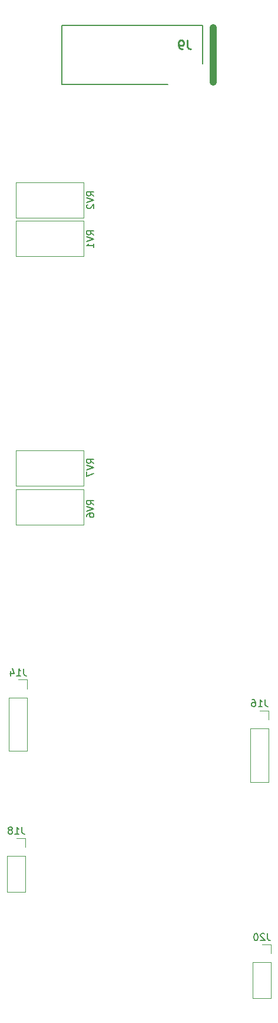
<source format=gbr>
%TF.GenerationSoftware,KiCad,Pcbnew,(6.0.4)*%
%TF.CreationDate,2022-06-07T18:20:15+01:00*%
%TF.ProjectId,panelized-boards,70616e65-6c69-47a6-9564-2d626f617264,rev?*%
%TF.SameCoordinates,Original*%
%TF.FileFunction,Legend,Bot*%
%TF.FilePolarity,Positive*%
%FSLAX46Y46*%
G04 Gerber Fmt 4.6, Leading zero omitted, Abs format (unit mm)*
G04 Created by KiCad (PCBNEW (6.0.4)) date 2022-06-07 18:20:15*
%MOMM*%
%LPD*%
G01*
G04 APERTURE LIST*
%ADD10C,1.000000*%
%ADD11C,0.150000*%
%ADD12C,0.254000*%
%ADD13C,0.120000*%
%ADD14C,0.200000*%
G04 APERTURE END LIST*
D10*
X49400000Y-24857080D02*
X49400000Y-17077080D01*
D11*
%TO.C,J20*%
X57232523Y-146988380D02*
X57232523Y-147702666D01*
X57280142Y-147845523D01*
X57375380Y-147940761D01*
X57518238Y-147988380D01*
X57613476Y-147988380D01*
X56803952Y-147083619D02*
X56756333Y-147036000D01*
X56661095Y-146988380D01*
X56423000Y-146988380D01*
X56327761Y-147036000D01*
X56280142Y-147083619D01*
X56232523Y-147178857D01*
X56232523Y-147274095D01*
X56280142Y-147416952D01*
X56851571Y-147988380D01*
X56232523Y-147988380D01*
X55613476Y-146988380D02*
X55518238Y-146988380D01*
X55423000Y-147036000D01*
X55375380Y-147083619D01*
X55327761Y-147178857D01*
X55280142Y-147369333D01*
X55280142Y-147607428D01*
X55327761Y-147797904D01*
X55375380Y-147893142D01*
X55423000Y-147940761D01*
X55518238Y-147988380D01*
X55613476Y-147988380D01*
X55708714Y-147940761D01*
X55756333Y-147893142D01*
X55803952Y-147797904D01*
X55851571Y-147607428D01*
X55851571Y-147369333D01*
X55803952Y-147178857D01*
X55756333Y-147083619D01*
X55708714Y-147036000D01*
X55613476Y-146988380D01*
D12*
%TO.C,J9*%
X45718734Y-18871603D02*
X45718734Y-19778746D01*
X45779210Y-19960175D01*
X45900162Y-20081127D01*
X46081591Y-20141603D01*
X46202543Y-20141603D01*
X45053496Y-20141603D02*
X44811591Y-20141603D01*
X44690639Y-20081127D01*
X44630162Y-20020651D01*
X44509210Y-19839222D01*
X44448734Y-19597318D01*
X44448734Y-19113508D01*
X44509210Y-18992556D01*
X44569686Y-18932080D01*
X44690639Y-18871603D01*
X44932543Y-18871603D01*
X45053496Y-18932080D01*
X45113972Y-18992556D01*
X45174448Y-19113508D01*
X45174448Y-19415889D01*
X45113972Y-19536841D01*
X45053496Y-19597318D01*
X44932543Y-19657794D01*
X44690639Y-19657794D01*
X44569686Y-19597318D01*
X44509210Y-19536841D01*
X44448734Y-19415889D01*
D11*
%TO.C,RV6*%
X32262380Y-85481841D02*
X31786190Y-85148508D01*
X32262380Y-84910413D02*
X31262380Y-84910413D01*
X31262380Y-85291365D01*
X31310000Y-85386603D01*
X31357619Y-85434222D01*
X31452857Y-85481841D01*
X31595714Y-85481841D01*
X31690952Y-85434222D01*
X31738571Y-85386603D01*
X31786190Y-85291365D01*
X31786190Y-84910413D01*
X31262380Y-85767556D02*
X32262380Y-86100889D01*
X31262380Y-86434222D01*
X31262380Y-87196127D02*
X31262380Y-87005651D01*
X31310000Y-86910413D01*
X31357619Y-86862794D01*
X31500476Y-86767556D01*
X31690952Y-86719937D01*
X32071904Y-86719937D01*
X32167142Y-86767556D01*
X32214761Y-86815175D01*
X32262380Y-86910413D01*
X32262380Y-87100889D01*
X32214761Y-87196127D01*
X32167142Y-87243746D01*
X32071904Y-87291365D01*
X31833809Y-87291365D01*
X31738571Y-87243746D01*
X31690952Y-87196127D01*
X31643333Y-87100889D01*
X31643333Y-86910413D01*
X31690952Y-86815175D01*
X31738571Y-86767556D01*
X31833809Y-86719937D01*
%TO.C,J16*%
X56902523Y-113454380D02*
X56902523Y-114168666D01*
X56950142Y-114311523D01*
X57045380Y-114406761D01*
X57188238Y-114454380D01*
X57283476Y-114454380D01*
X55902523Y-114454380D02*
X56473952Y-114454380D01*
X56188238Y-114454380D02*
X56188238Y-113454380D01*
X56283476Y-113597238D01*
X56378714Y-113692476D01*
X56473952Y-113740095D01*
X55045380Y-113454380D02*
X55235857Y-113454380D01*
X55331095Y-113502000D01*
X55378714Y-113549619D01*
X55473952Y-113692476D01*
X55521571Y-113882952D01*
X55521571Y-114263904D01*
X55473952Y-114359142D01*
X55426333Y-114406761D01*
X55331095Y-114454380D01*
X55140619Y-114454380D01*
X55045380Y-114406761D01*
X54997761Y-114359142D01*
X54950142Y-114263904D01*
X54950142Y-114025809D01*
X54997761Y-113930571D01*
X55045380Y-113882952D01*
X55140619Y-113835333D01*
X55331095Y-113835333D01*
X55426333Y-113882952D01*
X55473952Y-113930571D01*
X55521571Y-114025809D01*
%TO.C,RV2*%
X32262380Y-41211841D02*
X31786190Y-40878508D01*
X32262380Y-40640413D02*
X31262380Y-40640413D01*
X31262380Y-41021365D01*
X31310000Y-41116603D01*
X31357619Y-41164222D01*
X31452857Y-41211841D01*
X31595714Y-41211841D01*
X31690952Y-41164222D01*
X31738571Y-41116603D01*
X31786190Y-41021365D01*
X31786190Y-40640413D01*
X31262380Y-41497556D02*
X32262380Y-41830889D01*
X31262380Y-42164222D01*
X31357619Y-42449937D02*
X31310000Y-42497556D01*
X31262380Y-42592794D01*
X31262380Y-42830889D01*
X31310000Y-42926127D01*
X31357619Y-42973746D01*
X31452857Y-43021365D01*
X31548095Y-43021365D01*
X31690952Y-42973746D01*
X32262380Y-42402318D01*
X32262380Y-43021365D01*
%TO.C,RV7*%
X32262380Y-79555841D02*
X31786190Y-79222508D01*
X32262380Y-78984413D02*
X31262380Y-78984413D01*
X31262380Y-79365365D01*
X31310000Y-79460603D01*
X31357619Y-79508222D01*
X31452857Y-79555841D01*
X31595714Y-79555841D01*
X31690952Y-79508222D01*
X31738571Y-79460603D01*
X31786190Y-79365365D01*
X31786190Y-78984413D01*
X31262380Y-79841556D02*
X32262380Y-80174889D01*
X31262380Y-80508222D01*
X31262380Y-80746318D02*
X31262380Y-81412984D01*
X32262380Y-80984413D01*
%TO.C,J18*%
X21926523Y-131742380D02*
X21926523Y-132456666D01*
X21974142Y-132599523D01*
X22069380Y-132694761D01*
X22212238Y-132742380D01*
X22307476Y-132742380D01*
X20926523Y-132742380D02*
X21497952Y-132742380D01*
X21212238Y-132742380D02*
X21212238Y-131742380D01*
X21307476Y-131885238D01*
X21402714Y-131980476D01*
X21497952Y-132028095D01*
X20355095Y-132170952D02*
X20450333Y-132123333D01*
X20497952Y-132075714D01*
X20545571Y-131980476D01*
X20545571Y-131932857D01*
X20497952Y-131837619D01*
X20450333Y-131790000D01*
X20355095Y-131742380D01*
X20164619Y-131742380D01*
X20069380Y-131790000D01*
X20021761Y-131837619D01*
X19974142Y-131932857D01*
X19974142Y-131980476D01*
X20021761Y-132075714D01*
X20069380Y-132123333D01*
X20164619Y-132170952D01*
X20355095Y-132170952D01*
X20450333Y-132218571D01*
X20497952Y-132266190D01*
X20545571Y-132361428D01*
X20545571Y-132551904D01*
X20497952Y-132647142D01*
X20450333Y-132694761D01*
X20355095Y-132742380D01*
X20164619Y-132742380D01*
X20069380Y-132694761D01*
X20021761Y-132647142D01*
X19974142Y-132551904D01*
X19974142Y-132361428D01*
X20021761Y-132266190D01*
X20069380Y-132218571D01*
X20164619Y-132170952D01*
%TO.C,RV1*%
X32260380Y-46805841D02*
X31784190Y-46472508D01*
X32260380Y-46234413D02*
X31260380Y-46234413D01*
X31260380Y-46615365D01*
X31308000Y-46710603D01*
X31355619Y-46758222D01*
X31450857Y-46805841D01*
X31593714Y-46805841D01*
X31688952Y-46758222D01*
X31736571Y-46710603D01*
X31784190Y-46615365D01*
X31784190Y-46234413D01*
X31260380Y-47091556D02*
X32260380Y-47424889D01*
X31260380Y-47758222D01*
X32260380Y-48615365D02*
X32260380Y-48043937D01*
X32260380Y-48329651D02*
X31260380Y-48329651D01*
X31403238Y-48234413D01*
X31498476Y-48139175D01*
X31546095Y-48043937D01*
%TO.C,J14*%
X22180523Y-109008380D02*
X22180523Y-109722666D01*
X22228142Y-109865523D01*
X22323380Y-109960761D01*
X22466238Y-110008380D01*
X22561476Y-110008380D01*
X21180523Y-110008380D02*
X21751952Y-110008380D01*
X21466238Y-110008380D02*
X21466238Y-109008380D01*
X21561476Y-109151238D01*
X21656714Y-109246476D01*
X21751952Y-109294095D01*
X20323380Y-109341714D02*
X20323380Y-110008380D01*
X20561476Y-108960761D02*
X20799571Y-109675047D01*
X20180523Y-109675047D01*
D13*
%TO.C,J20*%
X57753000Y-148536000D02*
X56423000Y-148536000D01*
X57753000Y-156276000D02*
X55093000Y-156276000D01*
X57753000Y-149866000D02*
X57753000Y-148536000D01*
X55093000Y-151136000D02*
X55093000Y-156276000D01*
X57753000Y-151136000D02*
X55093000Y-151136000D01*
X57753000Y-151136000D02*
X57753000Y-156276000D01*
D14*
%TO.C,J9*%
X42886000Y-25215080D02*
X27706000Y-25215080D01*
X27706000Y-16715080D02*
X47906000Y-16715080D01*
X47906000Y-16715080D02*
X47906000Y-22235080D01*
X27706000Y-25215080D02*
X27706000Y-16715080D01*
D13*
%TO.C,RV6*%
X21023000Y-88381080D02*
X30793000Y-88381080D01*
X21023000Y-83311080D02*
X30793000Y-83311080D01*
X21023000Y-88381080D02*
X21023000Y-83311080D01*
X30793000Y-88381080D02*
X30793000Y-83311080D01*
%TO.C,J16*%
X57423000Y-125282000D02*
X54763000Y-125282000D01*
X57423000Y-116332000D02*
X57423000Y-115002000D01*
X57423000Y-117602000D02*
X54763000Y-117602000D01*
X57423000Y-117602000D02*
X57423000Y-125282000D01*
X57423000Y-115002000D02*
X56093000Y-115002000D01*
X54763000Y-117602000D02*
X54763000Y-125282000D01*
%TO.C,RV2*%
X21023000Y-44317080D02*
X30793000Y-44317080D01*
X21023000Y-39247080D02*
X30793000Y-39247080D01*
X21023000Y-44317080D02*
X21023000Y-39247080D01*
X30793000Y-44317080D02*
X30793000Y-39247080D01*
%TO.C,RV7*%
X21023000Y-82793080D02*
X30793000Y-82793080D01*
X21023000Y-82793080D02*
X21023000Y-77723080D01*
X30793000Y-82793080D02*
X30793000Y-77723080D01*
X21023000Y-77723080D02*
X30793000Y-77723080D01*
%TO.C,J18*%
X22447000Y-135890000D02*
X22447000Y-141030000D01*
X22447000Y-135890000D02*
X19787000Y-135890000D01*
X19787000Y-135890000D02*
X19787000Y-141030000D01*
X22447000Y-134620000D02*
X22447000Y-133290000D01*
X22447000Y-133290000D02*
X21117000Y-133290000D01*
X22447000Y-141030000D02*
X19787000Y-141030000D01*
%TO.C,RV1*%
X30791000Y-49815080D02*
X30791000Y-44745080D01*
X21021000Y-44745080D02*
X30791000Y-44745080D01*
X21021000Y-49815080D02*
X30791000Y-49815080D01*
X21021000Y-49815080D02*
X21021000Y-44745080D01*
%TO.C,J14*%
X22701000Y-113156000D02*
X22701000Y-120836000D01*
X22701000Y-111886000D02*
X22701000Y-110556000D01*
X22701000Y-110556000D02*
X21371000Y-110556000D01*
X20041000Y-113156000D02*
X20041000Y-120836000D01*
X22701000Y-113156000D02*
X20041000Y-113156000D01*
X22701000Y-120836000D02*
X20041000Y-120836000D01*
%TD*%
M02*

</source>
